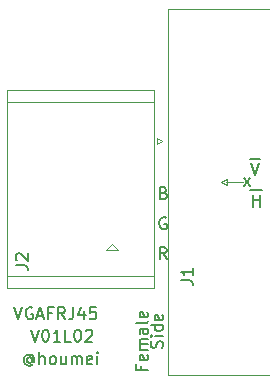
<source format=gto>
G04 #@! TF.GenerationSoftware,KiCad,Pcbnew,(5.1.8)-1*
G04 #@! TF.CreationDate,2023-06-17T02:04:58+09:00*
G04 #@! TF.ProjectId,VGAFRJ45,56474146-524a-4343-952e-6b696361645f,rev?*
G04 #@! TF.SameCoordinates,PX9157080PY791ddc0*
G04 #@! TF.FileFunction,Legend,Top*
G04 #@! TF.FilePolarity,Positive*
%FSLAX46Y46*%
G04 Gerber Fmt 4.6, Leading zero omitted, Abs format (unit mm)*
G04 Created by KiCad (PCBNEW (5.1.8)-1) date 2023-06-17 02:04:58*
%MOMM*%
%LPD*%
G01*
G04 APERTURE LIST*
%ADD10C,0.150000*%
%ADD11C,0.120000*%
G04 APERTURE END LIST*
D10*
X2056309Y1928810D02*
X2008690Y1976429D01*
X1913452Y2024048D01*
X1818214Y2024048D01*
X1722976Y1976429D01*
X1675357Y1928810D01*
X1627738Y1833572D01*
X1627738Y1738334D01*
X1675357Y1643096D01*
X1722976Y1595477D01*
X1818214Y1547858D01*
X1913452Y1547858D01*
X2008690Y1595477D01*
X2056309Y1643096D01*
X2056309Y2024048D02*
X2056309Y1643096D01*
X2103928Y1595477D01*
X2151547Y1595477D01*
X2246786Y1643096D01*
X2294405Y1738334D01*
X2294405Y1976429D01*
X2199167Y2119286D01*
X2056309Y2214524D01*
X1865833Y2262143D01*
X1675357Y2214524D01*
X1532500Y2119286D01*
X1437262Y1976429D01*
X1389643Y1785953D01*
X1437262Y1595477D01*
X1532500Y1452620D01*
X1675357Y1357381D01*
X1865833Y1309762D01*
X2056309Y1357381D01*
X2199167Y1452620D01*
X2722976Y1452620D02*
X2722976Y2452620D01*
X3151547Y1452620D02*
X3151547Y1976429D01*
X3103928Y2071667D01*
X3008690Y2119286D01*
X2865833Y2119286D01*
X2770595Y2071667D01*
X2722976Y2024048D01*
X3770595Y1452620D02*
X3675357Y1500239D01*
X3627738Y1547858D01*
X3580119Y1643096D01*
X3580119Y1928810D01*
X3627738Y2024048D01*
X3675357Y2071667D01*
X3770595Y2119286D01*
X3913452Y2119286D01*
X4008690Y2071667D01*
X4056309Y2024048D01*
X4103928Y1928810D01*
X4103928Y1643096D01*
X4056309Y1547858D01*
X4008690Y1500239D01*
X3913452Y1452620D01*
X3770595Y1452620D01*
X4961071Y2119286D02*
X4961071Y1452620D01*
X4532500Y2119286D02*
X4532500Y1595477D01*
X4580119Y1500239D01*
X4675357Y1452620D01*
X4818214Y1452620D01*
X4913452Y1500239D01*
X4961071Y1547858D01*
X5437262Y1452620D02*
X5437262Y2119286D01*
X5437262Y2024048D02*
X5484881Y2071667D01*
X5580119Y2119286D01*
X5722976Y2119286D01*
X5818214Y2071667D01*
X5865833Y1976429D01*
X5865833Y1452620D01*
X5865833Y1976429D02*
X5913452Y2071667D01*
X6008690Y2119286D01*
X6151547Y2119286D01*
X6246786Y2071667D01*
X6294405Y1976429D01*
X6294405Y1452620D01*
X7151547Y1500239D02*
X7056309Y1452620D01*
X6865833Y1452620D01*
X6770595Y1500239D01*
X6722976Y1595477D01*
X6722976Y1976429D01*
X6770595Y2071667D01*
X6865833Y2119286D01*
X7056309Y2119286D01*
X7151547Y2071667D01*
X7199167Y1976429D01*
X7199167Y1881191D01*
X6722976Y1785953D01*
X7627738Y1452620D02*
X7627738Y2119286D01*
X7627738Y2452620D02*
X7580119Y2405000D01*
X7627738Y2357381D01*
X7675357Y2405000D01*
X7627738Y2452620D01*
X7627738Y2357381D01*
X2008928Y4357620D02*
X2342261Y3357620D01*
X2675594Y4357620D01*
X3199404Y4357620D02*
X3294642Y4357620D01*
X3389880Y4310000D01*
X3437499Y4262381D01*
X3485118Y4167143D01*
X3532737Y3976667D01*
X3532737Y3738572D01*
X3485118Y3548096D01*
X3437499Y3452858D01*
X3389880Y3405239D01*
X3294642Y3357620D01*
X3199404Y3357620D01*
X3104166Y3405239D01*
X3056547Y3452858D01*
X3008928Y3548096D01*
X2961309Y3738572D01*
X2961309Y3976667D01*
X3008928Y4167143D01*
X3056547Y4262381D01*
X3104166Y4310000D01*
X3199404Y4357620D01*
X4485118Y3357620D02*
X3913690Y3357620D01*
X4199404Y3357620D02*
X4199404Y4357620D01*
X4104166Y4214762D01*
X4008928Y4119524D01*
X3913690Y4071905D01*
X5389880Y3357620D02*
X4913690Y3357620D01*
X4913690Y4357620D01*
X5913690Y4357620D02*
X6008928Y4357620D01*
X6104166Y4310000D01*
X6151785Y4262381D01*
X6199404Y4167143D01*
X6247023Y3976667D01*
X6247023Y3738572D01*
X6199404Y3548096D01*
X6151785Y3452858D01*
X6104166Y3405239D01*
X6008928Y3357620D01*
X5913690Y3357620D01*
X5818451Y3405239D01*
X5770832Y3452858D01*
X5723213Y3548096D01*
X5675594Y3738572D01*
X5675594Y3976667D01*
X5723213Y4167143D01*
X5770832Y4262381D01*
X5818451Y4310000D01*
X5913690Y4357620D01*
X6627975Y4262381D02*
X6675594Y4310000D01*
X6770832Y4357620D01*
X7008928Y4357620D01*
X7104166Y4310000D01*
X7151785Y4262381D01*
X7199404Y4167143D01*
X7199404Y4071905D01*
X7151785Y3929048D01*
X6580356Y3357620D01*
X7199404Y3357620D01*
X595833Y6262620D02*
X929166Y5262620D01*
X1262499Y6262620D01*
X2119642Y6215000D02*
X2024404Y6262620D01*
X1881547Y6262620D01*
X1738690Y6215000D01*
X1643452Y6119762D01*
X1595833Y6024524D01*
X1548214Y5834048D01*
X1548214Y5691191D01*
X1595833Y5500715D01*
X1643452Y5405477D01*
X1738690Y5310239D01*
X1881547Y5262620D01*
X1976785Y5262620D01*
X2119642Y5310239D01*
X2167261Y5357858D01*
X2167261Y5691191D01*
X1976785Y5691191D01*
X2548214Y5548334D02*
X3024404Y5548334D01*
X2452975Y5262620D02*
X2786309Y6262620D01*
X3119642Y5262620D01*
X3786309Y5786429D02*
X3452975Y5786429D01*
X3452975Y5262620D02*
X3452975Y6262620D01*
X3929166Y6262620D01*
X4881547Y5262620D02*
X4548214Y5738810D01*
X4310118Y5262620D02*
X4310118Y6262620D01*
X4691071Y6262620D01*
X4786309Y6215000D01*
X4833928Y6167381D01*
X4881547Y6072143D01*
X4881547Y5929286D01*
X4833928Y5834048D01*
X4786309Y5786429D01*
X4691071Y5738810D01*
X4310118Y5738810D01*
X5595833Y6262620D02*
X5595833Y5548334D01*
X5548214Y5405477D01*
X5452975Y5310239D01*
X5310118Y5262620D01*
X5214880Y5262620D01*
X6500595Y5929286D02*
X6500595Y5262620D01*
X6262499Y6310239D02*
X6024404Y5595953D01*
X6643452Y5595953D01*
X7500595Y6262620D02*
X7024404Y6262620D01*
X6976785Y5786429D01*
X7024404Y5834048D01*
X7119642Y5881667D01*
X7357737Y5881667D01*
X7452975Y5834048D01*
X7500595Y5786429D01*
X7548214Y5691191D01*
X7548214Y5453096D01*
X7500595Y5357858D01*
X7452975Y5310239D01*
X7357737Y5262620D01*
X7119642Y5262620D01*
X7024404Y5310239D01*
X6976785Y5357858D01*
X13248928Y15946429D02*
X13391785Y15898810D01*
X13439404Y15851191D01*
X13487023Y15755953D01*
X13487023Y15613096D01*
X13439404Y15517858D01*
X13391785Y15470239D01*
X13296547Y15422620D01*
X12915595Y15422620D01*
X12915595Y16422620D01*
X13248928Y16422620D01*
X13344166Y16375000D01*
X13391785Y16327381D01*
X13439404Y16232143D01*
X13439404Y16136905D01*
X13391785Y16041667D01*
X13344166Y15994048D01*
X13248928Y15946429D01*
X12915595Y15946429D01*
X13439404Y13835000D02*
X13344166Y13882620D01*
X13201309Y13882620D01*
X13058452Y13835000D01*
X12963214Y13739762D01*
X12915595Y13644524D01*
X12867976Y13454048D01*
X12867976Y13311191D01*
X12915595Y13120715D01*
X12963214Y13025477D01*
X13058452Y12930239D01*
X13201309Y12882620D01*
X13296547Y12882620D01*
X13439404Y12930239D01*
X13487023Y12977858D01*
X13487023Y13311191D01*
X13296547Y13311191D01*
X13487023Y10342620D02*
X13153690Y10818810D01*
X12915595Y10342620D02*
X12915595Y11342620D01*
X13296547Y11342620D01*
X13391785Y11295000D01*
X13439404Y11247381D01*
X13487023Y11152143D01*
X13487023Y11009286D01*
X13439404Y10914048D01*
X13391785Y10866429D01*
X13296547Y10818810D01*
X12915595Y10818810D01*
X20587642Y17216381D02*
X20063833Y16549715D01*
X20587642Y16549715D02*
X20063833Y17216381D01*
X20544500Y18822000D02*
X21401642Y18822000D01*
X20639738Y18454620D02*
X20973071Y17454620D01*
X21306404Y18454620D01*
X20544500Y16155000D02*
X21592119Y16155000D01*
X20782595Y14787620D02*
X20782595Y15787620D01*
X20782595Y15311429D02*
X21354023Y15311429D01*
X21354023Y14787620D02*
X21354023Y15787620D01*
X13104761Y2827977D02*
X13152380Y2970834D01*
X13152380Y3208929D01*
X13104761Y3304167D01*
X13057142Y3351786D01*
X12961904Y3399405D01*
X12866666Y3399405D01*
X12771428Y3351786D01*
X12723809Y3304167D01*
X12676190Y3208929D01*
X12628571Y3018453D01*
X12580952Y2923215D01*
X12533333Y2875596D01*
X12438095Y2827977D01*
X12342857Y2827977D01*
X12247619Y2875596D01*
X12200000Y2923215D01*
X12152380Y3018453D01*
X12152380Y3256548D01*
X12200000Y3399405D01*
X13152380Y3827977D02*
X12485714Y3827977D01*
X12152380Y3827977D02*
X12200000Y3780358D01*
X12247619Y3827977D01*
X12200000Y3875596D01*
X12152380Y3827977D01*
X12247619Y3827977D01*
X13152380Y4732739D02*
X12152380Y4732739D01*
X13104761Y4732739D02*
X13152380Y4637500D01*
X13152380Y4447024D01*
X13104761Y4351786D01*
X13057142Y4304167D01*
X12961904Y4256548D01*
X12676190Y4256548D01*
X12580952Y4304167D01*
X12533333Y4351786D01*
X12485714Y4447024D01*
X12485714Y4637500D01*
X12533333Y4732739D01*
X13104761Y5589881D02*
X13152380Y5494643D01*
X13152380Y5304167D01*
X13104761Y5208929D01*
X13009523Y5161310D01*
X12628571Y5161310D01*
X12533333Y5208929D01*
X12485714Y5304167D01*
X12485714Y5494643D01*
X12533333Y5589881D01*
X12628571Y5637500D01*
X12723809Y5637500D01*
X12819047Y5161310D01*
X11358571Y1303929D02*
X11358571Y970596D01*
X11882380Y970596D02*
X10882380Y970596D01*
X10882380Y1446786D01*
X11834761Y2208691D02*
X11882380Y2113453D01*
X11882380Y1922977D01*
X11834761Y1827739D01*
X11739523Y1780120D01*
X11358571Y1780120D01*
X11263333Y1827739D01*
X11215714Y1922977D01*
X11215714Y2113453D01*
X11263333Y2208691D01*
X11358571Y2256310D01*
X11453809Y2256310D01*
X11549047Y1780120D01*
X11882380Y2684881D02*
X11215714Y2684881D01*
X11310952Y2684881D02*
X11263333Y2732500D01*
X11215714Y2827739D01*
X11215714Y2970596D01*
X11263333Y3065834D01*
X11358571Y3113453D01*
X11882380Y3113453D01*
X11358571Y3113453D02*
X11263333Y3161072D01*
X11215714Y3256310D01*
X11215714Y3399167D01*
X11263333Y3494405D01*
X11358571Y3542024D01*
X11882380Y3542024D01*
X11882380Y4446786D02*
X11358571Y4446786D01*
X11263333Y4399167D01*
X11215714Y4303929D01*
X11215714Y4113453D01*
X11263333Y4018215D01*
X11834761Y4446786D02*
X11882380Y4351548D01*
X11882380Y4113453D01*
X11834761Y4018215D01*
X11739523Y3970596D01*
X11644285Y3970596D01*
X11549047Y4018215D01*
X11501428Y4113453D01*
X11501428Y4351548D01*
X11453809Y4446786D01*
X11882380Y5065834D02*
X11834761Y4970596D01*
X11739523Y4922977D01*
X10882380Y4922977D01*
X11834761Y5827739D02*
X11882380Y5732500D01*
X11882380Y5542024D01*
X11834761Y5446786D01*
X11739523Y5399167D01*
X11358571Y5399167D01*
X11263333Y5446786D01*
X11215714Y5542024D01*
X11215714Y5732500D01*
X11263333Y5827739D01*
X11358571Y5875358D01*
X11453809Y5875358D01*
X11549047Y5399167D01*
D11*
X8390000Y11113000D02*
X8890000Y11613000D01*
X9390000Y11113000D02*
X8390000Y11113000D01*
X8890000Y11613000D02*
X9390000Y11113000D01*
X12446000Y24638000D02*
X12446000Y7874000D01*
X4064000Y8890000D02*
X12446000Y8890000D01*
X4064000Y23622000D02*
X12446000Y23622000D01*
X0Y7874000D02*
X0Y24638000D01*
X12446000Y7874000D02*
X0Y7874000D01*
X12446000Y24638000D02*
X0Y24638000D01*
X4064000Y23622000D02*
X0Y23622000D01*
X4064000Y8890000D02*
X0Y8890000D01*
X22170000Y520000D02*
X13570000Y520000D01*
X13570000Y520000D02*
X13570000Y31490000D01*
X13570000Y31490000D02*
X22170000Y31490000D01*
X12675662Y20070000D02*
X12675662Y20570000D01*
X12675662Y20570000D02*
X13108675Y20320000D01*
X13108675Y20320000D02*
X12675662Y20070000D01*
X18133325Y16891000D02*
X18566338Y17141000D01*
X18566338Y16641000D02*
X18133325Y16891000D01*
X18566338Y17141000D02*
X18566338Y16641000D01*
X18542000Y16891000D02*
X19939000Y16891000D01*
D10*
X14692380Y8556667D02*
X15406666Y8556667D01*
X15549523Y8509048D01*
X15644761Y8413810D01*
X15692380Y8270953D01*
X15692380Y8175715D01*
X15692380Y9556667D02*
X15692380Y8985239D01*
X15692380Y9270953D02*
X14692380Y9270953D01*
X14835238Y9175715D01*
X14930476Y9080477D01*
X14978095Y8985239D01*
X722380Y9826667D02*
X1436666Y9826667D01*
X1579523Y9779048D01*
X1674761Y9683810D01*
X1722380Y9540953D01*
X1722380Y9445715D01*
X817619Y10255239D02*
X770000Y10302858D01*
X722380Y10398096D01*
X722380Y10636191D01*
X770000Y10731429D01*
X817619Y10779048D01*
X912857Y10826667D01*
X1008095Y10826667D01*
X1150952Y10779048D01*
X1722380Y10207620D01*
X1722380Y10826667D01*
M02*

</source>
